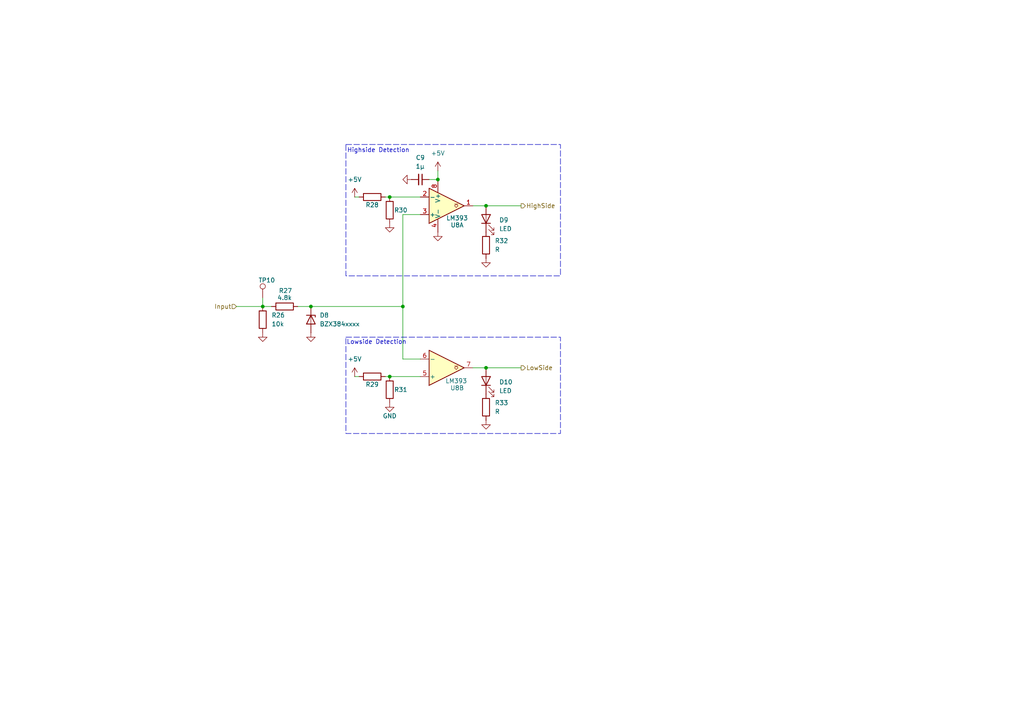
<source format=kicad_sch>
(kicad_sch
	(version 20250114)
	(generator "eeschema")
	(generator_version "9.0")
	(uuid "7903d708-3f28-409b-90de-bce809927335")
	(paper "A4")
	(lib_symbols
		(symbol "Comparator:LM393"
			(pin_names
				(offset 0.127)
			)
			(exclude_from_sim no)
			(in_bom yes)
			(on_board yes)
			(property "Reference" "U"
				(at 3.81 3.81 0)
				(effects
					(font
						(size 1.27 1.27)
					)
				)
			)
			(property "Value" "LM393"
				(at 6.35 -3.81 0)
				(effects
					(font
						(size 1.27 1.27)
					)
				)
			)
			(property "Footprint" ""
				(at 0 0 0)
				(effects
					(font
						(size 1.27 1.27)
					)
					(hide yes)
				)
			)
			(property "Datasheet" "http://www.ti.com/lit/ds/symlink/lm393.pdf"
				(at 0 0 0)
				(effects
					(font
						(size 1.27 1.27)
					)
					(hide yes)
				)
			)
			(property "Description" "Low-Power, Low-Offset Voltage, Dual Comparators, DIP-8/SOIC-8/TO-99-8"
				(at 0 0 0)
				(effects
					(font
						(size 1.27 1.27)
					)
					(hide yes)
				)
			)
			(property "ki_locked" ""
				(at 0 0 0)
				(effects
					(font
						(size 1.27 1.27)
					)
				)
			)
			(property "ki_keywords" "cmp open collector"
				(at 0 0 0)
				(effects
					(font
						(size 1.27 1.27)
					)
					(hide yes)
				)
			)
			(property "ki_fp_filters" "SOIC*3.9x4.9mm*P1.27mm* DIP*W7.62mm* SOP*5.28x5.23mm*P1.27mm* VSSOP*3.0x3.0mm*P0.65mm* TSSOP*4.4x3mm*P0.65mm*"
				(at 0 0 0)
				(effects
					(font
						(size 1.27 1.27)
					)
					(hide yes)
				)
			)
			(symbol "LM393_1_1"
				(polyline
					(pts
						(xy -5.08 5.08) (xy 5.08 0) (xy -5.08 -5.08) (xy -5.08 5.08)
					)
					(stroke
						(width 0.254)
						(type default)
					)
					(fill
						(type background)
					)
				)
				(polyline
					(pts
						(xy 3.302 -0.508) (xy 2.794 -0.508) (xy 3.302 0) (xy 2.794 0.508) (xy 2.286 0) (xy 2.794 -0.508)
						(xy 2.286 -0.508)
					)
					(stroke
						(width 0.127)
						(type default)
					)
					(fill
						(type none)
					)
				)
				(pin input line
					(at -7.62 2.54 0)
					(length 2.54)
					(name "+"
						(effects
							(font
								(size 1.27 1.27)
							)
						)
					)
					(number "3"
						(effects
							(font
								(size 1.27 1.27)
							)
						)
					)
				)
				(pin input line
					(at -7.62 -2.54 0)
					(length 2.54)
					(name "-"
						(effects
							(font
								(size 1.27 1.27)
							)
						)
					)
					(number "2"
						(effects
							(font
								(size 1.27 1.27)
							)
						)
					)
				)
				(pin open_collector line
					(at 7.62 0 180)
					(length 2.54)
					(name "~"
						(effects
							(font
								(size 1.27 1.27)
							)
						)
					)
					(number "1"
						(effects
							(font
								(size 1.27 1.27)
							)
						)
					)
				)
			)
			(symbol "LM393_2_1"
				(polyline
					(pts
						(xy -5.08 5.08) (xy 5.08 0) (xy -5.08 -5.08) (xy -5.08 5.08)
					)
					(stroke
						(width 0.254)
						(type default)
					)
					(fill
						(type background)
					)
				)
				(polyline
					(pts
						(xy 3.302 -0.508) (xy 2.794 -0.508) (xy 3.302 0) (xy 2.794 0.508) (xy 2.286 0) (xy 2.794 -0.508)
						(xy 2.286 -0.508)
					)
					(stroke
						(width 0.127)
						(type default)
					)
					(fill
						(type none)
					)
				)
				(pin input line
					(at -7.62 2.54 0)
					(length 2.54)
					(name "+"
						(effects
							(font
								(size 1.27 1.27)
							)
						)
					)
					(number "5"
						(effects
							(font
								(size 1.27 1.27)
							)
						)
					)
				)
				(pin input line
					(at -7.62 -2.54 0)
					(length 2.54)
					(name "-"
						(effects
							(font
								(size 1.27 1.27)
							)
						)
					)
					(number "6"
						(effects
							(font
								(size 1.27 1.27)
							)
						)
					)
				)
				(pin open_collector line
					(at 7.62 0 180)
					(length 2.54)
					(name "~"
						(effects
							(font
								(size 1.27 1.27)
							)
						)
					)
					(number "7"
						(effects
							(font
								(size 1.27 1.27)
							)
						)
					)
				)
			)
			(symbol "LM393_3_1"
				(pin power_in line
					(at -2.54 7.62 270)
					(length 3.81)
					(name "V+"
						(effects
							(font
								(size 1.27 1.27)
							)
						)
					)
					(number "8"
						(effects
							(font
								(size 1.27 1.27)
							)
						)
					)
				)
				(pin power_in line
					(at -2.54 -7.62 90)
					(length 3.81)
					(name "V-"
						(effects
							(font
								(size 1.27 1.27)
							)
						)
					)
					(number "4"
						(effects
							(font
								(size 1.27 1.27)
							)
						)
					)
				)
			)
			(embedded_fonts no)
		)
		(symbol "Connector:TestPoint"
			(pin_numbers
				(hide yes)
			)
			(pin_names
				(offset 0.762)
				(hide yes)
			)
			(exclude_from_sim no)
			(in_bom yes)
			(on_board yes)
			(property "Reference" "TP"
				(at 0 6.858 0)
				(effects
					(font
						(size 1.27 1.27)
					)
				)
			)
			(property "Value" "TestPoint"
				(at 0 5.08 0)
				(effects
					(font
						(size 1.27 1.27)
					)
				)
			)
			(property "Footprint" ""
				(at 5.08 0 0)
				(effects
					(font
						(size 1.27 1.27)
					)
					(hide yes)
				)
			)
			(property "Datasheet" "~"
				(at 5.08 0 0)
				(effects
					(font
						(size 1.27 1.27)
					)
					(hide yes)
				)
			)
			(property "Description" "test point"
				(at 0 0 0)
				(effects
					(font
						(size 1.27 1.27)
					)
					(hide yes)
				)
			)
			(property "ki_keywords" "test point tp"
				(at 0 0 0)
				(effects
					(font
						(size 1.27 1.27)
					)
					(hide yes)
				)
			)
			(property "ki_fp_filters" "Pin* Test*"
				(at 0 0 0)
				(effects
					(font
						(size 1.27 1.27)
					)
					(hide yes)
				)
			)
			(symbol "TestPoint_0_1"
				(circle
					(center 0 3.302)
					(radius 0.762)
					(stroke
						(width 0)
						(type default)
					)
					(fill
						(type none)
					)
				)
			)
			(symbol "TestPoint_1_1"
				(pin passive line
					(at 0 0 90)
					(length 2.54)
					(name "1"
						(effects
							(font
								(size 1.27 1.27)
							)
						)
					)
					(number "1"
						(effects
							(font
								(size 1.27 1.27)
							)
						)
					)
				)
			)
			(embedded_fonts no)
		)
		(symbol "Device:C_Small"
			(pin_numbers
				(hide yes)
			)
			(pin_names
				(offset 0.254)
				(hide yes)
			)
			(exclude_from_sim no)
			(in_bom yes)
			(on_board yes)
			(property "Reference" "C"
				(at 0.254 1.778 0)
				(effects
					(font
						(size 1.27 1.27)
					)
					(justify left)
				)
			)
			(property "Value" "C_Small"
				(at 0.254 -2.032 0)
				(effects
					(font
						(size 1.27 1.27)
					)
					(justify left)
				)
			)
			(property "Footprint" ""
				(at 0 0 0)
				(effects
					(font
						(size 1.27 1.27)
					)
					(hide yes)
				)
			)
			(property "Datasheet" "~"
				(at 0 0 0)
				(effects
					(font
						(size 1.27 1.27)
					)
					(hide yes)
				)
			)
			(property "Description" "Unpolarized capacitor, small symbol"
				(at 0 0 0)
				(effects
					(font
						(size 1.27 1.27)
					)
					(hide yes)
				)
			)
			(property "ki_keywords" "capacitor cap"
				(at 0 0 0)
				(effects
					(font
						(size 1.27 1.27)
					)
					(hide yes)
				)
			)
			(property "ki_fp_filters" "C_*"
				(at 0 0 0)
				(effects
					(font
						(size 1.27 1.27)
					)
					(hide yes)
				)
			)
			(symbol "C_Small_0_1"
				(polyline
					(pts
						(xy -1.524 0.508) (xy 1.524 0.508)
					)
					(stroke
						(width 0.3048)
						(type default)
					)
					(fill
						(type none)
					)
				)
				(polyline
					(pts
						(xy -1.524 -0.508) (xy 1.524 -0.508)
					)
					(stroke
						(width 0.3302)
						(type default)
					)
					(fill
						(type none)
					)
				)
			)
			(symbol "C_Small_1_1"
				(pin passive line
					(at 0 2.54 270)
					(length 2.032)
					(name "~"
						(effects
							(font
								(size 1.27 1.27)
							)
						)
					)
					(number "1"
						(effects
							(font
								(size 1.27 1.27)
							)
						)
					)
				)
				(pin passive line
					(at 0 -2.54 90)
					(length 2.032)
					(name "~"
						(effects
							(font
								(size 1.27 1.27)
							)
						)
					)
					(number "2"
						(effects
							(font
								(size 1.27 1.27)
							)
						)
					)
				)
			)
			(embedded_fonts no)
		)
		(symbol "Device:LED"
			(pin_numbers
				(hide yes)
			)
			(pin_names
				(offset 1.016)
				(hide yes)
			)
			(exclude_from_sim no)
			(in_bom yes)
			(on_board yes)
			(property "Reference" "D"
				(at 0 2.54 0)
				(effects
					(font
						(size 1.27 1.27)
					)
				)
			)
			(property "Value" "LED"
				(at 0 -2.54 0)
				(effects
					(font
						(size 1.27 1.27)
					)
				)
			)
			(property "Footprint" ""
				(at 0 0 0)
				(effects
					(font
						(size 1.27 1.27)
					)
					(hide yes)
				)
			)
			(property "Datasheet" "~"
				(at 0 0 0)
				(effects
					(font
						(size 1.27 1.27)
					)
					(hide yes)
				)
			)
			(property "Description" "Light emitting diode"
				(at 0 0 0)
				(effects
					(font
						(size 1.27 1.27)
					)
					(hide yes)
				)
			)
			(property "ki_keywords" "LED diode"
				(at 0 0 0)
				(effects
					(font
						(size 1.27 1.27)
					)
					(hide yes)
				)
			)
			(property "ki_fp_filters" "LED* LED_SMD:* LED_THT:*"
				(at 0 0 0)
				(effects
					(font
						(size 1.27 1.27)
					)
					(hide yes)
				)
			)
			(symbol "LED_0_1"
				(polyline
					(pts
						(xy -3.048 -0.762) (xy -4.572 -2.286) (xy -3.81 -2.286) (xy -4.572 -2.286) (xy -4.572 -1.524)
					)
					(stroke
						(width 0)
						(type default)
					)
					(fill
						(type none)
					)
				)
				(polyline
					(pts
						(xy -1.778 -0.762) (xy -3.302 -2.286) (xy -2.54 -2.286) (xy -3.302 -2.286) (xy -3.302 -1.524)
					)
					(stroke
						(width 0)
						(type default)
					)
					(fill
						(type none)
					)
				)
				(polyline
					(pts
						(xy -1.27 0) (xy 1.27 0)
					)
					(stroke
						(width 0)
						(type default)
					)
					(fill
						(type none)
					)
				)
				(polyline
					(pts
						(xy -1.27 -1.27) (xy -1.27 1.27)
					)
					(stroke
						(width 0.254)
						(type default)
					)
					(fill
						(type none)
					)
				)
				(polyline
					(pts
						(xy 1.27 -1.27) (xy 1.27 1.27) (xy -1.27 0) (xy 1.27 -1.27)
					)
					(stroke
						(width 0.254)
						(type default)
					)
					(fill
						(type none)
					)
				)
			)
			(symbol "LED_1_1"
				(pin passive line
					(at -3.81 0 0)
					(length 2.54)
					(name "K"
						(effects
							(font
								(size 1.27 1.27)
							)
						)
					)
					(number "1"
						(effects
							(font
								(size 1.27 1.27)
							)
						)
					)
				)
				(pin passive line
					(at 3.81 0 180)
					(length 2.54)
					(name "A"
						(effects
							(font
								(size 1.27 1.27)
							)
						)
					)
					(number "2"
						(effects
							(font
								(size 1.27 1.27)
							)
						)
					)
				)
			)
			(embedded_fonts no)
		)
		(symbol "Device:R"
			(pin_numbers
				(hide yes)
			)
			(pin_names
				(offset 0)
			)
			(exclude_from_sim no)
			(in_bom yes)
			(on_board yes)
			(property "Reference" "R"
				(at 2.032 0 90)
				(effects
					(font
						(size 1.27 1.27)
					)
				)
			)
			(property "Value" "R"
				(at 0 0 90)
				(effects
					(font
						(size 1.27 1.27)
					)
				)
			)
			(property "Footprint" ""
				(at -1.778 0 90)
				(effects
					(font
						(size 1.27 1.27)
					)
					(hide yes)
				)
			)
			(property "Datasheet" "~"
				(at 0 0 0)
				(effects
					(font
						(size 1.27 1.27)
					)
					(hide yes)
				)
			)
			(property "Description" "Resistor"
				(at 0 0 0)
				(effects
					(font
						(size 1.27 1.27)
					)
					(hide yes)
				)
			)
			(property "ki_keywords" "R res resistor"
				(at 0 0 0)
				(effects
					(font
						(size 1.27 1.27)
					)
					(hide yes)
				)
			)
			(property "ki_fp_filters" "R_*"
				(at 0 0 0)
				(effects
					(font
						(size 1.27 1.27)
					)
					(hide yes)
				)
			)
			(symbol "R_0_1"
				(rectangle
					(start -1.016 -2.54)
					(end 1.016 2.54)
					(stroke
						(width 0.254)
						(type default)
					)
					(fill
						(type none)
					)
				)
			)
			(symbol "R_1_1"
				(pin passive line
					(at 0 3.81 270)
					(length 1.27)
					(name "~"
						(effects
							(font
								(size 1.27 1.27)
							)
						)
					)
					(number "1"
						(effects
							(font
								(size 1.27 1.27)
							)
						)
					)
				)
				(pin passive line
					(at 0 -3.81 90)
					(length 1.27)
					(name "~"
						(effects
							(font
								(size 1.27 1.27)
							)
						)
					)
					(number "2"
						(effects
							(font
								(size 1.27 1.27)
							)
						)
					)
				)
			)
			(embedded_fonts no)
		)
		(symbol "Diode:BZX384xxxx"
			(pin_numbers
				(hide yes)
			)
			(pin_names
				(hide yes)
			)
			(exclude_from_sim no)
			(in_bom yes)
			(on_board yes)
			(property "Reference" "D"
				(at 0 2.54 0)
				(effects
					(font
						(size 1.27 1.27)
					)
				)
			)
			(property "Value" "BZX384xxxx"
				(at 0 -2.54 0)
				(effects
					(font
						(size 1.27 1.27)
					)
				)
			)
			(property "Footprint" "Diode_SMD:D_SOD-323"
				(at 0 -4.445 0)
				(effects
					(font
						(size 1.27 1.27)
					)
					(hide yes)
				)
			)
			(property "Datasheet" "https://www.vishay.com/docs/85764/bzx384.pdf"
				(at 0 0 0)
				(effects
					(font
						(size 1.27 1.27)
					)
					(hide yes)
				)
			)
			(property "Description" "300mW Zener Diode, SOD-323"
				(at 0 0 0)
				(effects
					(font
						(size 1.27 1.27)
					)
					(hide yes)
				)
			)
			(property "ki_keywords" "zener diode"
				(at 0 0 0)
				(effects
					(font
						(size 1.27 1.27)
					)
					(hide yes)
				)
			)
			(property "ki_fp_filters" "D*SOD*323*"
				(at 0 0 0)
				(effects
					(font
						(size 1.27 1.27)
					)
					(hide yes)
				)
			)
			(symbol "BZX384xxxx_0_1"
				(polyline
					(pts
						(xy -1.27 -1.27) (xy -1.27 1.27) (xy -0.762 1.27)
					)
					(stroke
						(width 0.254)
						(type default)
					)
					(fill
						(type none)
					)
				)
				(polyline
					(pts
						(xy 1.27 0) (xy -1.27 0)
					)
					(stroke
						(width 0)
						(type default)
					)
					(fill
						(type none)
					)
				)
				(polyline
					(pts
						(xy 1.27 -1.27) (xy 1.27 1.27) (xy -1.27 0) (xy 1.27 -1.27)
					)
					(stroke
						(width 0.254)
						(type default)
					)
					(fill
						(type none)
					)
				)
			)
			(symbol "BZX384xxxx_1_1"
				(pin passive line
					(at -3.81 0 0)
					(length 2.54)
					(name "K"
						(effects
							(font
								(size 1.27 1.27)
							)
						)
					)
					(number "1"
						(effects
							(font
								(size 1.27 1.27)
							)
						)
					)
				)
				(pin passive line
					(at 3.81 0 180)
					(length 2.54)
					(name "A"
						(effects
							(font
								(size 1.27 1.27)
							)
						)
					)
					(number "2"
						(effects
							(font
								(size 1.27 1.27)
							)
						)
					)
				)
			)
			(embedded_fonts no)
		)
		(symbol "power:+5V"
			(power)
			(pin_numbers
				(hide yes)
			)
			(pin_names
				(offset 0)
				(hide yes)
			)
			(exclude_from_sim no)
			(in_bom yes)
			(on_board yes)
			(property "Reference" "#PWR"
				(at 0 -3.81 0)
				(effects
					(font
						(size 1.27 1.27)
					)
					(hide yes)
				)
			)
			(property "Value" "+5V"
				(at 0 3.556 0)
				(effects
					(font
						(size 1.27 1.27)
					)
				)
			)
			(property "Footprint" ""
				(at 0 0 0)
				(effects
					(font
						(size 1.27 1.27)
					)
					(hide yes)
				)
			)
			(property "Datasheet" ""
				(at 0 0 0)
				(effects
					(font
						(size 1.27 1.27)
					)
					(hide yes)
				)
			)
			(property "Description" "Power symbol creates a global label with name \"+5V\""
				(at 0 0 0)
				(effects
					(font
						(size 1.27 1.27)
					)
					(hide yes)
				)
			)
			(property "ki_keywords" "global power"
				(at 0 0 0)
				(effects
					(font
						(size 1.27 1.27)
					)
					(hide yes)
				)
			)
			(symbol "+5V_0_1"
				(polyline
					(pts
						(xy -0.762 1.27) (xy 0 2.54)
					)
					(stroke
						(width 0)
						(type default)
					)
					(fill
						(type none)
					)
				)
				(polyline
					(pts
						(xy 0 2.54) (xy 0.762 1.27)
					)
					(stroke
						(width 0)
						(type default)
					)
					(fill
						(type none)
					)
				)
				(polyline
					(pts
						(xy 0 0) (xy 0 2.54)
					)
					(stroke
						(width 0)
						(type default)
					)
					(fill
						(type none)
					)
				)
			)
			(symbol "+5V_1_1"
				(pin power_in line
					(at 0 0 90)
					(length 0)
					(name "~"
						(effects
							(font
								(size 1.27 1.27)
							)
						)
					)
					(number "1"
						(effects
							(font
								(size 1.27 1.27)
							)
						)
					)
				)
			)
			(embedded_fonts no)
		)
		(symbol "power:GND"
			(power)
			(pin_numbers
				(hide yes)
			)
			(pin_names
				(offset 0)
				(hide yes)
			)
			(exclude_from_sim no)
			(in_bom yes)
			(on_board yes)
			(property "Reference" "#PWR"
				(at 0 -6.35 0)
				(effects
					(font
						(size 1.27 1.27)
					)
					(hide yes)
				)
			)
			(property "Value" "GND"
				(at 0 -3.81 0)
				(effects
					(font
						(size 1.27 1.27)
					)
				)
			)
			(property "Footprint" ""
				(at 0 0 0)
				(effects
					(font
						(size 1.27 1.27)
					)
					(hide yes)
				)
			)
			(property "Datasheet" ""
				(at 0 0 0)
				(effects
					(font
						(size 1.27 1.27)
					)
					(hide yes)
				)
			)
			(property "Description" "Power symbol creates a global label with name \"GND\" , ground"
				(at 0 0 0)
				(effects
					(font
						(size 1.27 1.27)
					)
					(hide yes)
				)
			)
			(property "ki_keywords" "global power"
				(at 0 0 0)
				(effects
					(font
						(size 1.27 1.27)
					)
					(hide yes)
				)
			)
			(symbol "GND_0_1"
				(polyline
					(pts
						(xy 0 0) (xy 0 -1.27) (xy 1.27 -1.27) (xy 0 -2.54) (xy -1.27 -1.27) (xy 0 -1.27)
					)
					(stroke
						(width 0)
						(type default)
					)
					(fill
						(type none)
					)
				)
			)
			(symbol "GND_1_1"
				(pin power_in line
					(at 0 0 270)
					(length 0)
					(name "~"
						(effects
							(font
								(size 1.27 1.27)
							)
						)
					)
					(number "1"
						(effects
							(font
								(size 1.27 1.27)
							)
						)
					)
				)
			)
			(embedded_fonts no)
		)
	)
	(rectangle
		(start 100.33 41.91)
		(end 162.56 80.01)
		(stroke
			(width 0)
			(type dash)
		)
		(fill
			(type none)
		)
		(uuid 722f0cb3-6c51-4225-9ef7-1086b8a56dbf)
	)
	(rectangle
		(start 100.33 97.79)
		(end 162.56 125.73)
		(stroke
			(width 0)
			(type dash)
		)
		(fill
			(type none)
		)
		(uuid b28f68e4-093d-4e83-a416-50e05bdcb3f0)
	)
	(text "Highside Detection"
		(exclude_from_sim no)
		(at 109.728 43.688 0)
		(effects
			(font
				(size 1.27 1.27)
			)
		)
		(uuid "812a4711-e78b-412f-809f-e6d51a24d9d7")
	)
	(text "Lowside Detection"
		(exclude_from_sim no)
		(at 109.22 99.314 0)
		(effects
			(font
				(size 1.27 1.27)
			)
		)
		(uuid "a2c18d2f-b9e2-46ef-a3af-975750cc336e")
	)
	(junction
		(at 90.17 88.9)
		(diameter 0)
		(color 0 0 0 0)
		(uuid "18a88b4a-2ab9-4d93-8c8e-504875912fa9")
	)
	(junction
		(at 76.2 88.9)
		(diameter 0)
		(color 0 0 0 0)
		(uuid "804752bb-4c77-4c27-aa65-c5f2d6fce098")
	)
	(junction
		(at 113.03 109.22)
		(diameter 0)
		(color 0 0 0 0)
		(uuid "87b8cb63-41b6-4ad3-b3ab-31e6c5d65bf3")
	)
	(junction
		(at 116.84 88.9)
		(diameter 0)
		(color 0 0 0 0)
		(uuid "a61e2ec8-cea9-476b-8909-26f4b07e0aee")
	)
	(junction
		(at 140.97 106.68)
		(diameter 0)
		(color 0 0 0 0)
		(uuid "a7aee05f-043f-4401-93ac-aac7d254b90c")
	)
	(junction
		(at 127 52.07)
		(diameter 0)
		(color 0 0 0 0)
		(uuid "b7442072-5dbf-41c4-9692-398e86adf7db")
	)
	(junction
		(at 140.97 59.69)
		(diameter 0)
		(color 0 0 0 0)
		(uuid "c8e88fe6-c885-4a5d-aa79-71a5799eaa83")
	)
	(junction
		(at 113.03 57.15)
		(diameter 0)
		(color 0 0 0 0)
		(uuid "fa22eeb6-8f13-4e8d-bcbf-4e906dc0bf05")
	)
	(wire
		(pts
			(xy 111.76 109.22) (xy 113.03 109.22)
		)
		(stroke
			(width 0)
			(type default)
		)
		(uuid "0271fd0d-9bb3-4df8-a0e0-12ecbc3c16aa")
	)
	(wire
		(pts
			(xy 124.46 52.07) (xy 127 52.07)
		)
		(stroke
			(width 0)
			(type default)
		)
		(uuid "1466bb9c-a50e-48c4-8a10-28f6058eb22f")
	)
	(wire
		(pts
			(xy 102.87 109.22) (xy 104.14 109.22)
		)
		(stroke
			(width 0)
			(type default)
		)
		(uuid "1dca8011-bf4e-4983-8c48-6823ad975de0")
	)
	(wire
		(pts
			(xy 113.03 109.22) (xy 121.92 109.22)
		)
		(stroke
			(width 0)
			(type default)
		)
		(uuid "21d2c088-2cb3-4a11-a1ce-605f715df456")
	)
	(wire
		(pts
			(xy 111.76 57.15) (xy 113.03 57.15)
		)
		(stroke
			(width 0)
			(type default)
		)
		(uuid "2656462d-5e01-4291-ba87-83f054147d68")
	)
	(wire
		(pts
			(xy 137.16 59.69) (xy 140.97 59.69)
		)
		(stroke
			(width 0)
			(type default)
		)
		(uuid "4a607f38-5999-4026-8103-8401cdc22dd9")
	)
	(wire
		(pts
			(xy 140.97 106.68) (xy 151.13 106.68)
		)
		(stroke
			(width 0)
			(type default)
		)
		(uuid "5fa28c16-9af7-4b87-ae83-39546af8ec28")
	)
	(wire
		(pts
			(xy 68.58 88.9) (xy 76.2 88.9)
		)
		(stroke
			(width 0)
			(type default)
		)
		(uuid "6b539ab8-de07-45ce-8ccc-a24fe42e5a2a")
	)
	(wire
		(pts
			(xy 137.16 106.68) (xy 140.97 106.68)
		)
		(stroke
			(width 0)
			(type default)
		)
		(uuid "70c672f1-684b-48ab-b9c7-cfa837823a7c")
	)
	(wire
		(pts
			(xy 86.36 88.9) (xy 90.17 88.9)
		)
		(stroke
			(width 0)
			(type default)
		)
		(uuid "7d8e08db-1cf5-4211-a8ce-5517703cade0")
	)
	(wire
		(pts
			(xy 116.84 62.23) (xy 116.84 88.9)
		)
		(stroke
			(width 0)
			(type default)
		)
		(uuid "97bebeb4-e3fb-49fc-9055-7495d6a31a3b")
	)
	(wire
		(pts
			(xy 76.2 88.9) (xy 78.74 88.9)
		)
		(stroke
			(width 0)
			(type default)
		)
		(uuid "9a4ccf45-496f-47e4-a838-61804d203607")
	)
	(wire
		(pts
			(xy 113.03 57.15) (xy 121.92 57.15)
		)
		(stroke
			(width 0)
			(type default)
		)
		(uuid "9b9ea2fb-83d8-476e-8fce-e9a60ac97818")
	)
	(wire
		(pts
			(xy 116.84 62.23) (xy 121.92 62.23)
		)
		(stroke
			(width 0)
			(type default)
		)
		(uuid "a329669e-2425-4353-a6c2-620c60a7941c")
	)
	(wire
		(pts
			(xy 90.17 88.9) (xy 116.84 88.9)
		)
		(stroke
			(width 0)
			(type default)
		)
		(uuid "ba108e7d-ae9b-4fd6-bcc5-abee870cdc53")
	)
	(wire
		(pts
			(xy 116.84 88.9) (xy 116.84 104.14)
		)
		(stroke
			(width 0)
			(type default)
		)
		(uuid "c002ca2c-4761-43ca-b8ba-7017a424eb8e")
	)
	(wire
		(pts
			(xy 102.87 57.15) (xy 104.14 57.15)
		)
		(stroke
			(width 0)
			(type default)
		)
		(uuid "c2e257f3-37f8-4f1f-a092-63475ef2745d")
	)
	(wire
		(pts
			(xy 116.84 104.14) (xy 121.92 104.14)
		)
		(stroke
			(width 0)
			(type default)
		)
		(uuid "c44097e3-4232-49b3-93f3-02b0db80cffd")
	)
	(wire
		(pts
			(xy 76.2 86.36) (xy 76.2 88.9)
		)
		(stroke
			(width 0)
			(type default)
		)
		(uuid "d854c48a-94c0-4999-acb4-d68ec6781f21")
	)
	(wire
		(pts
			(xy 127 49.53) (xy 127 52.07)
		)
		(stroke
			(width 0)
			(type default)
		)
		(uuid "f197c1fe-3dc6-42fd-962d-c734703ce125")
	)
	(wire
		(pts
			(xy 140.97 59.69) (xy 151.13 59.69)
		)
		(stroke
			(width 0)
			(type default)
		)
		(uuid "f45b3aa2-a598-4bc8-bc0b-0f0d0df13c3e")
	)
	(hierarchical_label "HighSide"
		(shape output)
		(at 151.13 59.69 0)
		(effects
			(font
				(size 1.27 1.27)
			)
			(justify left)
		)
		(uuid "1026dcb9-1fc2-4666-b099-fe48cb4e177c")
	)
	(hierarchical_label "LowSide"
		(shape output)
		(at 151.13 106.68 0)
		(effects
			(font
				(size 1.27 1.27)
			)
			(justify left)
		)
		(uuid "1f0df5c9-603e-406d-adce-d0a72697224e")
	)
	(hierarchical_label "Input"
		(shape input)
		(at 68.58 88.9 180)
		(effects
			(font
				(size 1.27 1.27)
			)
			(justify right)
		)
		(uuid "b4a063cd-4076-4764-9c31-9b16f4c0ab3a")
	)
	(symbol
		(lib_id "power:GND")
		(at 113.03 116.84 0)
		(unit 1)
		(exclude_from_sim no)
		(in_bom yes)
		(on_board yes)
		(dnp no)
		(uuid "0b250b52-2711-4aa7-9a41-983f511506b7")
		(property "Reference" "#PWR045"
			(at 113.03 123.19 0)
			(effects
				(font
					(size 1.27 1.27)
				)
				(hide yes)
			)
		)
		(property "Value" "GND"
			(at 113.03 120.65 0)
			(effects
				(font
					(size 1.27 1.27)
				)
			)
		)
		(property "Footprint" ""
			(at 113.03 116.84 0)
			(effects
				(font
					(size 1.27 1.27)
				)
				(hide yes)
			)
		)
		(property "Datasheet" ""
			(at 113.03 116.84 0)
			(effects
				(font
					(size 1.27 1.27)
				)
				(hide yes)
			)
		)
		(property "Description" "Power symbol creates a global label with name \"GND\" , ground"
			(at 113.03 116.84 0)
			(effects
				(font
					(size 1.27 1.27)
				)
				(hide yes)
			)
		)
		(pin "1"
			(uuid "03aaf0dc-b1d0-4f61-b81d-0a9b6a18dc07")
		)
		(instances
			(project "BSPD"
				(path "/7083cad8-bf03-4cd1-b150-15749ab19e59/410f91e8-f84a-439c-b5a0-14cdafa008d5"
					(reference "#PWR056")
					(unit 1)
				)
				(path "/7083cad8-bf03-4cd1-b150-15749ab19e59/d76438ec-f69b-4474-ad85-44a10ce5d54b"
					(reference "#PWR045")
					(unit 1)
				)
			)
		)
	)
	(symbol
		(lib_id "Device:R")
		(at 107.95 109.22 90)
		(unit 1)
		(exclude_from_sim no)
		(in_bom yes)
		(on_board yes)
		(dnp no)
		(uuid "0ba259d3-7502-4c21-ab48-040857db64e1")
		(property "Reference" "R21"
			(at 107.95 111.506 90)
			(effects
				(font
					(size 1.27 1.27)
				)
			)
		)
		(property "Value" "39K"
			(at 107.95 113.03 90)
			(effects
				(font
					(size 1.27 1.27)
				)
				(hide yes)
			)
		)
		(property "Footprint" "Resistor_SMD:R_0603_1608Metric"
			(at 107.95 110.998 90)
			(effects
				(font
					(size 1.27 1.27)
				)
				(hide yes)
			)
		)
		(property "Datasheet" "~"
			(at 107.95 109.22 0)
			(effects
				(font
					(size 1.27 1.27)
				)
				(hide yes)
			)
		)
		(property "Description" "Resistor"
			(at 107.95 109.22 0)
			(effects
				(font
					(size 1.27 1.27)
				)
				(hide yes)
			)
		)
		(pin "2"
			(uuid "6a6ea065-2ad3-4b62-9c2d-ccb0bc5e2da3")
		)
		(pin "1"
			(uuid "a250d10e-eb82-40f8-a749-e97d9cdb5db9")
		)
		(instances
			(project "BSPD"
				(path "/7083cad8-bf03-4cd1-b150-15749ab19e59/410f91e8-f84a-439c-b5a0-14cdafa008d5"
					(reference "R29")
					(unit 1)
				)
				(path "/7083cad8-bf03-4cd1-b150-15749ab19e59/d76438ec-f69b-4474-ad85-44a10ce5d54b"
					(reference "R21")
					(unit 1)
				)
			)
		)
	)
	(symbol
		(lib_id "Device:R")
		(at 140.97 118.11 0)
		(unit 1)
		(exclude_from_sim no)
		(in_bom yes)
		(on_board yes)
		(dnp no)
		(fields_autoplaced yes)
		(uuid "17e3a9a1-e22d-475b-9181-9488098f3aa5")
		(property "Reference" "R25"
			(at 143.51 116.8399 0)
			(effects
				(font
					(size 1.27 1.27)
				)
				(justify left)
			)
		)
		(property "Value" "R"
			(at 143.51 119.3799 0)
			(effects
				(font
					(size 1.27 1.27)
				)
				(justify left)
			)
		)
		(property "Footprint" "Resistor_SMD:R_0603_1608Metric"
			(at 139.192 118.11 90)
			(effects
				(font
					(size 1.27 1.27)
				)
				(hide yes)
			)
		)
		(property "Datasheet" "~"
			(at 140.97 118.11 0)
			(effects
				(font
					(size 1.27 1.27)
				)
				(hide yes)
			)
		)
		(property "Description" "Resistor"
			(at 140.97 118.11 0)
			(effects
				(font
					(size 1.27 1.27)
				)
				(hide yes)
			)
		)
		(pin "1"
			(uuid "e8cecad2-cc1d-4ccd-b3da-fcaa36ed0be6")
		)
		(pin "2"
			(uuid "71953298-5e9a-4e10-8884-6f7ce4165372")
		)
		(instances
			(project "BSPD"
				(path "/7083cad8-bf03-4cd1-b150-15749ab19e59/410f91e8-f84a-439c-b5a0-14cdafa008d5"
					(reference "R33")
					(unit 1)
				)
				(path "/7083cad8-bf03-4cd1-b150-15749ab19e59/d76438ec-f69b-4474-ad85-44a10ce5d54b"
					(reference "R25")
					(unit 1)
				)
			)
		)
	)
	(symbol
		(lib_id "Device:R")
		(at 140.97 71.12 0)
		(unit 1)
		(exclude_from_sim no)
		(in_bom yes)
		(on_board yes)
		(dnp no)
		(fields_autoplaced yes)
		(uuid "1f266938-e1fc-4394-9362-d3e534da5ce0")
		(property "Reference" "R24"
			(at 143.51 69.8499 0)
			(effects
				(font
					(size 1.27 1.27)
				)
				(justify left)
			)
		)
		(property "Value" "R"
			(at 143.51 72.3899 0)
			(effects
				(font
					(size 1.27 1.27)
				)
				(justify left)
			)
		)
		(property "Footprint" "Resistor_SMD:R_0603_1608Metric"
			(at 139.192 71.12 90)
			(effects
				(font
					(size 1.27 1.27)
				)
				(hide yes)
			)
		)
		(property "Datasheet" "~"
			(at 140.97 71.12 0)
			(effects
				(font
					(size 1.27 1.27)
				)
				(hide yes)
			)
		)
		(property "Description" "Resistor"
			(at 140.97 71.12 0)
			(effects
				(font
					(size 1.27 1.27)
				)
				(hide yes)
			)
		)
		(pin "1"
			(uuid "f56a7938-16f6-438d-8f9e-07c724a0f23b")
		)
		(pin "2"
			(uuid "fd0d1e78-9c6a-4d30-9bd3-f41e7fb95561")
		)
		(instances
			(project "BSPD"
				(path "/7083cad8-bf03-4cd1-b150-15749ab19e59/410f91e8-f84a-439c-b5a0-14cdafa008d5"
					(reference "R32")
					(unit 1)
				)
				(path "/7083cad8-bf03-4cd1-b150-15749ab19e59/d76438ec-f69b-4474-ad85-44a10ce5d54b"
					(reference "R24")
					(unit 1)
				)
			)
		)
	)
	(symbol
		(lib_id "Comparator:LM393")
		(at 129.54 59.69 0)
		(unit 3)
		(exclude_from_sim no)
		(in_bom yes)
		(on_board yes)
		(dnp no)
		(fields_autoplaced yes)
		(uuid "243ee45c-fa8d-49c3-8552-6f3232a86b4e")
		(property "Reference" "U7"
			(at 128.27 59.6899 0)
			(effects
				(font
					(size 1.27 1.27)
				)
				(justify left)
				(hide yes)
			)
		)
		(property "Value" "LM393"
			(at 128.27 60.9599 0)
			(effects
				(font
					(size 1.27 1.27)
				)
				(justify left)
				(hide yes)
			)
		)
		(property "Footprint" "Package_SO:SOIC-8_3.9x4.9mm_P1.27mm"
			(at 129.54 59.69 0)
			(effects
				(font
					(size 1.27 1.27)
				)
				(hide yes)
			)
		)
		(property "Datasheet" "http://www.ti.com/lit/ds/symlink/lm393.pdf"
			(at 129.54 59.69 0)
			(effects
				(font
					(size 1.27 1.27)
				)
				(hide yes)
			)
		)
		(property "Description" "Low-Power, Low-Offset Voltage, Dual Comparators, DIP-8/SOIC-8/TO-99-8"
			(at 129.54 59.69 0)
			(effects
				(font
					(size 1.27 1.27)
				)
				(hide yes)
			)
		)
		(pin "1"
			(uuid "e2e799e1-40ac-4df0-9742-af357591fc4b")
		)
		(pin "8"
			(uuid "52c993c2-f8bf-4948-89d5-3e5775098e13")
		)
		(pin "3"
			(uuid "4efb8384-eea3-4465-a4f2-11e04b7fefc0")
		)
		(pin "2"
			(uuid "12af201c-2d47-43d8-8203-f5aedcc179f8")
		)
		(pin "7"
			(uuid "6856fcba-0c8f-462b-b78b-8bec2d16075c")
		)
		(pin "4"
			(uuid "be6d5358-0a8d-4458-afa4-68bfb8ca8cf4")
		)
		(pin "6"
			(uuid "db050e9d-3e92-4a2f-ba8a-2b996ba47166")
		)
		(pin "5"
			(uuid "3742342c-5a79-4376-8263-ef41907d80b4")
		)
		(instances
			(project "BSPD"
				(path "/7083cad8-bf03-4cd1-b150-15749ab19e59/410f91e8-f84a-439c-b5a0-14cdafa008d5"
					(reference "U8")
					(unit 3)
				)
				(path "/7083cad8-bf03-4cd1-b150-15749ab19e59/d76438ec-f69b-4474-ad85-44a10ce5d54b"
					(reference "U7")
					(unit 3)
				)
			)
		)
	)
	(symbol
		(lib_id "power:GND")
		(at 127 67.31 0)
		(unit 1)
		(exclude_from_sim no)
		(in_bom yes)
		(on_board yes)
		(dnp no)
		(fields_autoplaced yes)
		(uuid "4011abf3-cff5-42cf-81a7-a5a80bf3bf85")
		(property "Reference" "#PWR048"
			(at 127 73.66 0)
			(effects
				(font
					(size 1.27 1.27)
				)
				(hide yes)
			)
		)
		(property "Value" "GND"
			(at 127 72.39 0)
			(effects
				(font
					(size 1.27 1.27)
				)
				(hide yes)
			)
		)
		(property "Footprint" ""
			(at 127 67.31 0)
			(effects
				(font
					(size 1.27 1.27)
				)
				(hide yes)
			)
		)
		(property "Datasheet" ""
			(at 127 67.31 0)
			(effects
				(font
					(size 1.27 1.27)
				)
				(hide yes)
			)
		)
		(property "Description" "Power symbol creates a global label with name \"GND\" , ground"
			(at 127 67.31 0)
			(effects
				(font
					(size 1.27 1.27)
				)
				(hide yes)
			)
		)
		(pin "1"
			(uuid "5ec7c035-45b3-4cc7-9dda-4da87a49e100")
		)
		(instances
			(project "BSPD"
				(path "/7083cad8-bf03-4cd1-b150-15749ab19e59/410f91e8-f84a-439c-b5a0-14cdafa008d5"
					(reference "#PWR059")
					(unit 1)
				)
				(path "/7083cad8-bf03-4cd1-b150-15749ab19e59/d76438ec-f69b-4474-ad85-44a10ce5d54b"
					(reference "#PWR048")
					(unit 1)
				)
			)
		)
	)
	(symbol
		(lib_id "power:GND")
		(at 76.2 96.52 0)
		(unit 1)
		(exclude_from_sim no)
		(in_bom yes)
		(on_board yes)
		(dnp no)
		(fields_autoplaced yes)
		(uuid "4eda0898-4fc8-4b93-83ca-8539b0a789e6")
		(property "Reference" "#PWR040"
			(at 76.2 102.87 0)
			(effects
				(font
					(size 1.27 1.27)
				)
				(hide yes)
			)
		)
		(property "Value" "GND"
			(at 76.2 101.6 0)
			(effects
				(font
					(size 1.27 1.27)
				)
				(hide yes)
			)
		)
		(property "Footprint" ""
			(at 76.2 96.52 0)
			(effects
				(font
					(size 1.27 1.27)
				)
				(hide yes)
			)
		)
		(property "Datasheet" ""
			(at 76.2 96.52 0)
			(effects
				(font
					(size 1.27 1.27)
				)
				(hide yes)
			)
		)
		(property "Description" "Power symbol creates a global label with name \"GND\" , ground"
			(at 76.2 96.52 0)
			(effects
				(font
					(size 1.27 1.27)
				)
				(hide yes)
			)
		)
		(pin "1"
			(uuid "71b7450a-b2fe-454e-8e40-51380c5ee35b")
		)
		(instances
			(project "BSPD"
				(path "/7083cad8-bf03-4cd1-b150-15749ab19e59/410f91e8-f84a-439c-b5a0-14cdafa008d5"
					(reference "#PWR051")
					(unit 1)
				)
				(path "/7083cad8-bf03-4cd1-b150-15749ab19e59/d76438ec-f69b-4474-ad85-44a10ce5d54b"
					(reference "#PWR040")
					(unit 1)
				)
			)
		)
	)
	(symbol
		(lib_id "power:GND")
		(at 140.97 74.93 0)
		(unit 1)
		(exclude_from_sim no)
		(in_bom yes)
		(on_board yes)
		(dnp no)
		(uuid "577db5b5-fe61-40fe-80eb-f88405f6d295")
		(property "Reference" "#PWR049"
			(at 140.97 81.28 0)
			(effects
				(font
					(size 1.27 1.27)
				)
				(hide yes)
			)
		)
		(property "Value" "GND"
			(at 140.97 78.74 0)
			(effects
				(font
					(size 1.27 1.27)
				)
				(hide yes)
			)
		)
		(property "Footprint" ""
			(at 140.97 74.93 0)
			(effects
				(font
					(size 1.27 1.27)
				)
				(hide yes)
			)
		)
		(property "Datasheet" ""
			(at 140.97 74.93 0)
			(effects
				(font
					(size 1.27 1.27)
				)
				(hide yes)
			)
		)
		(property "Description" "Power symbol creates a global label with name \"GND\" , ground"
			(at 140.97 74.93 0)
			(effects
				(font
					(size 1.27 1.27)
				)
				(hide yes)
			)
		)
		(pin "1"
			(uuid "0e363b2c-69d3-4727-ab13-0634cb6f3d2b")
		)
		(instances
			(project "BSPD"
				(path "/7083cad8-bf03-4cd1-b150-15749ab19e59/410f91e8-f84a-439c-b5a0-14cdafa008d5"
					(reference "#PWR060")
					(unit 1)
				)
				(path "/7083cad8-bf03-4cd1-b150-15749ab19e59/d76438ec-f69b-4474-ad85-44a10ce5d54b"
					(reference "#PWR049")
					(unit 1)
				)
			)
		)
	)
	(symbol
		(lib_id "Device:C_Small")
		(at 121.92 52.07 270)
		(unit 1)
		(exclude_from_sim no)
		(in_bom yes)
		(on_board yes)
		(dnp no)
		(fields_autoplaced yes)
		(uuid "5e88439a-cdd2-43da-bb1c-b501f374398f")
		(property "Reference" "C8"
			(at 121.9136 45.72 90)
			(effects
				(font
					(size 1.27 1.27)
				)
			)
		)
		(property "Value" "1µ"
			(at 121.9136 48.26 90)
			(effects
				(font
					(size 1.27 1.27)
				)
			)
		)
		(property "Footprint" "Capacitor_SMD:C_0603_1608Metric"
			(at 121.92 52.07 0)
			(effects
				(font
					(size 1.27 1.27)
				)
				(hide yes)
			)
		)
		(property "Datasheet" "~"
			(at 121.92 52.07 0)
			(effects
				(font
					(size 1.27 1.27)
				)
				(hide yes)
			)
		)
		(property "Description" "Unpolarized capacitor, small symbol"
			(at 121.92 52.07 0)
			(effects
				(font
					(size 1.27 1.27)
				)
				(hide yes)
			)
		)
		(pin "1"
			(uuid "ebe9f90f-0381-47ba-9820-05401657709d")
		)
		(pin "2"
			(uuid "1ce7142a-8b51-4793-a182-318e0f12f7e4")
		)
		(instances
			(project "BSPD"
				(path "/7083cad8-bf03-4cd1-b150-15749ab19e59/410f91e8-f84a-439c-b5a0-14cdafa008d5"
					(reference "C9")
					(unit 1)
				)
				(path "/7083cad8-bf03-4cd1-b150-15749ab19e59/d76438ec-f69b-4474-ad85-44a10ce5d54b"
					(reference "C8")
					(unit 1)
				)
			)
		)
	)
	(symbol
		(lib_id "Device:LED")
		(at 140.97 110.49 90)
		(unit 1)
		(exclude_from_sim no)
		(in_bom yes)
		(on_board yes)
		(dnp no)
		(uuid "70771159-3747-401a-81bd-281025b3fd23")
		(property "Reference" "D7"
			(at 144.78 110.8074 90)
			(effects
				(font
					(size 1.27 1.27)
				)
				(justify right)
			)
		)
		(property "Value" "LED"
			(at 144.78 113.3474 90)
			(effects
				(font
					(size 1.27 1.27)
				)
				(justify right)
			)
		)
		(property "Footprint" "LED_SMD:LED_0603_1608Metric"
			(at 140.97 110.49 0)
			(effects
				(font
					(size 1.27 1.27)
				)
				(hide yes)
			)
		)
		(property "Datasheet" "~"
			(at 140.97 110.49 0)
			(effects
				(font
					(size 1.27 1.27)
				)
				(hide yes)
			)
		)
		(property "Description" "Light emitting diode"
			(at 140.97 110.49 0)
			(effects
				(font
					(size 1.27 1.27)
				)
				(hide yes)
			)
		)
		(pin "2"
			(uuid "fd60e735-1b8c-4235-bcd9-7bf665706c82")
		)
		(pin "1"
			(uuid "31cebcf1-6d65-4c0a-b385-9e135622be48")
		)
		(instances
			(project "BSPD"
				(path "/7083cad8-bf03-4cd1-b150-15749ab19e59/410f91e8-f84a-439c-b5a0-14cdafa008d5"
					(reference "D10")
					(unit 1)
				)
				(path "/7083cad8-bf03-4cd1-b150-15749ab19e59/d76438ec-f69b-4474-ad85-44a10ce5d54b"
					(reference "D7")
					(unit 1)
				)
			)
		)
	)
	(symbol
		(lib_id "Comparator:LM393")
		(at 129.54 106.68 0)
		(mirror x)
		(unit 2)
		(exclude_from_sim no)
		(in_bom yes)
		(on_board yes)
		(dnp no)
		(uuid "7a5d98a1-3253-4120-acd7-8fb83df01726")
		(property "Reference" "U7"
			(at 132.588 112.522 0)
			(effects
				(font
					(size 1.27 1.27)
				)
			)
		)
		(property "Value" "LM393"
			(at 132.334 110.49 0)
			(effects
				(font
					(size 1.27 1.27)
				)
			)
		)
		(property "Footprint" "Package_SO:SOIC-8_3.9x4.9mm_P1.27mm"
			(at 129.54 106.68 0)
			(effects
				(font
					(size 1.27 1.27)
				)
				(hide yes)
			)
		)
		(property "Datasheet" "http://www.ti.com/lit/ds/symlink/lm393.pdf"
			(at 129.54 106.68 0)
			(effects
				(font
					(size 1.27 1.27)
				)
				(hide yes)
			)
		)
		(property "Description" "Low-Power, Low-Offset Voltage, Dual Comparators, DIP-8/SOIC-8/TO-99-8"
			(at 129.54 106.68 0)
			(effects
				(font
					(size 1.27 1.27)
				)
				(hide yes)
			)
		)
		(pin "1"
			(uuid "e2e799e1-40ac-4df0-9742-af357591fc4a")
		)
		(pin "8"
			(uuid "02ba4603-5e08-4c29-b408-72e4ac215b41")
		)
		(pin "3"
			(uuid "4efb8384-eea3-4465-a4f2-11e04b7fefbf")
		)
		(pin "2"
			(uuid "12af201c-2d47-43d8-8203-f5aedcc179f7")
		)
		(pin "7"
			(uuid "bba8beff-e20a-4efe-9df2-51cd4ff843dd")
		)
		(pin "4"
			(uuid "03e08925-a8b9-48e5-99a9-a5bf06a7b00d")
		)
		(pin "6"
			(uuid "3f8c9526-6f59-4b8d-a4a4-961607b300f1")
		)
		(pin "5"
			(uuid "7332e8ff-a5c8-4a13-aba9-204d5474d09d")
		)
		(instances
			(project "BSPD"
				(path "/7083cad8-bf03-4cd1-b150-15749ab19e59/410f91e8-f84a-439c-b5a0-14cdafa008d5"
					(reference "U8")
					(unit 2)
				)
				(path "/7083cad8-bf03-4cd1-b150-15749ab19e59/d76438ec-f69b-4474-ad85-44a10ce5d54b"
					(reference "U7")
					(unit 2)
				)
			)
		)
	)
	(symbol
		(lib_id "power:+5V")
		(at 127 49.53 0)
		(unit 1)
		(exclude_from_sim no)
		(in_bom yes)
		(on_board yes)
		(dnp no)
		(fields_autoplaced yes)
		(uuid "7aa9b9fa-e4bf-4b2e-87b2-58fa4bacff35")
		(property "Reference" "#PWR047"
			(at 127 53.34 0)
			(effects
				(font
					(size 1.27 1.27)
				)
				(hide yes)
			)
		)
		(property "Value" "+5V"
			(at 127 44.45 0)
			(effects
				(font
					(size 1.27 1.27)
				)
			)
		)
		(property "Footprint" ""
			(at 127 49.53 0)
			(effects
				(font
					(size 1.27 1.27)
				)
				(hide yes)
			)
		)
		(property "Datasheet" ""
			(at 127 49.53 0)
			(effects
				(font
					(size 1.27 1.27)
				)
				(hide yes)
			)
		)
		(property "Description" "Power symbol creates a global label with name \"+5V\""
			(at 127 49.53 0)
			(effects
				(font
					(size 1.27 1.27)
				)
				(hide yes)
			)
		)
		(pin "1"
			(uuid "b52d6730-77b6-4534-b17f-3821b4981b3e")
		)
		(instances
			(project "BSPD"
				(path "/7083cad8-bf03-4cd1-b150-15749ab19e59/410f91e8-f84a-439c-b5a0-14cdafa008d5"
					(reference "#PWR058")
					(unit 1)
				)
				(path "/7083cad8-bf03-4cd1-b150-15749ab19e59/d76438ec-f69b-4474-ad85-44a10ce5d54b"
					(reference "#PWR047")
					(unit 1)
				)
			)
		)
	)
	(symbol
		(lib_id "power:GND")
		(at 119.38 52.07 270)
		(unit 1)
		(exclude_from_sim no)
		(in_bom yes)
		(on_board yes)
		(dnp no)
		(fields_autoplaced yes)
		(uuid "7b26d50f-5f72-42db-9ff4-c236377818e3")
		(property "Reference" "#PWR046"
			(at 113.03 52.07 0)
			(effects
				(font
					(size 1.27 1.27)
				)
				(hide yes)
			)
		)
		(property "Value" "GND"
			(at 115.57 52.0699 90)
			(effects
				(font
					(size 1.27 1.27)
				)
				(justify right)
				(hide yes)
			)
		)
		(property "Footprint" ""
			(at 119.38 52.07 0)
			(effects
				(font
					(size 1.27 1.27)
				)
				(hide yes)
			)
		)
		(property "Datasheet" ""
			(at 119.38 52.07 0)
			(effects
				(font
					(size 1.27 1.27)
				)
				(hide yes)
			)
		)
		(property "Description" "Power symbol creates a global label with name \"GND\" , ground"
			(at 119.38 52.07 0)
			(effects
				(font
					(size 1.27 1.27)
				)
				(hide yes)
			)
		)
		(pin "1"
			(uuid "bb9e6ea3-6739-400d-b8e9-ab7466eca482")
		)
		(instances
			(project "BSPD"
				(path "/7083cad8-bf03-4cd1-b150-15749ab19e59/410f91e8-f84a-439c-b5a0-14cdafa008d5"
					(reference "#PWR057")
					(unit 1)
				)
				(path "/7083cad8-bf03-4cd1-b150-15749ab19e59/d76438ec-f69b-4474-ad85-44a10ce5d54b"
					(reference "#PWR046")
					(unit 1)
				)
			)
		)
	)
	(symbol
		(lib_id "Device:R")
		(at 76.2 92.71 180)
		(unit 1)
		(exclude_from_sim no)
		(in_bom yes)
		(on_board yes)
		(dnp no)
		(fields_autoplaced yes)
		(uuid "9809559b-d6c8-4ce8-b4e7-3b6dd0d0deee")
		(property "Reference" "R18"
			(at 78.74 91.4399 0)
			(effects
				(font
					(size 1.27 1.27)
				)
				(justify right)
			)
		)
		(property "Value" "10k"
			(at 78.74 93.9799 0)
			(effects
				(font
					(size 1.27 1.27)
				)
				(justify right)
			)
		)
		(property "Footprint" "Resistor_SMD:R_0603_1608Metric"
			(at 77.978 92.71 90)
			(effects
				(font
					(size 1.27 1.27)
				)
				(hide yes)
			)
		)
		(property "Datasheet" "~"
			(at 76.2 92.71 0)
			(effects
				(font
					(size 1.27 1.27)
				)
				(hide yes)
			)
		)
		(property "Description" "Resistor"
			(at 76.2 92.71 0)
			(effects
				(font
					(size 1.27 1.27)
				)
				(hide yes)
			)
		)
		(pin "1"
			(uuid "56250b17-50de-4caa-b4c2-b1e909912061")
		)
		(pin "2"
			(uuid "787f904a-b151-42d9-aef3-2dfb3351a2f8")
		)
		(instances
			(project "BSPD"
				(path "/7083cad8-bf03-4cd1-b150-15749ab19e59/410f91e8-f84a-439c-b5a0-14cdafa008d5"
					(reference "R26")
					(unit 1)
				)
				(path "/7083cad8-bf03-4cd1-b150-15749ab19e59/d76438ec-f69b-4474-ad85-44a10ce5d54b"
					(reference "R18")
					(unit 1)
				)
			)
		)
	)
	(symbol
		(lib_id "power:GND")
		(at 90.17 96.52 0)
		(unit 1)
		(exclude_from_sim no)
		(in_bom yes)
		(on_board yes)
		(dnp no)
		(fields_autoplaced yes)
		(uuid "adc71311-0135-4473-a82e-fad3ca5a4e37")
		(property "Reference" "#PWR041"
			(at 90.17 102.87 0)
			(effects
				(font
					(size 1.27 1.27)
				)
				(hide yes)
			)
		)
		(property "Value" "GND"
			(at 90.17 101.6 0)
			(effects
				(font
					(size 1.27 1.27)
				)
				(hide yes)
			)
		)
		(property "Footprint" ""
			(at 90.17 96.52 0)
			(effects
				(font
					(size 1.27 1.27)
				)
				(hide yes)
			)
		)
		(property "Datasheet" ""
			(at 90.17 96.52 0)
			(effects
				(font
					(size 1.27 1.27)
				)
				(hide yes)
			)
		)
		(property "Description" "Power symbol creates a global label with name \"GND\" , ground"
			(at 90.17 96.52 0)
			(effects
				(font
					(size 1.27 1.27)
				)
				(hide yes)
			)
		)
		(pin "1"
			(uuid "d42d0b0e-ef76-4e33-b22f-3d5699da2489")
		)
		(instances
			(project "BSPD"
				(path "/7083cad8-bf03-4cd1-b150-15749ab19e59/410f91e8-f84a-439c-b5a0-14cdafa008d5"
					(reference "#PWR052")
					(unit 1)
				)
				(path "/7083cad8-bf03-4cd1-b150-15749ab19e59/d76438ec-f69b-4474-ad85-44a10ce5d54b"
					(reference "#PWR041")
					(unit 1)
				)
			)
		)
	)
	(symbol
		(lib_id "Device:R")
		(at 82.55 88.9 90)
		(unit 1)
		(exclude_from_sim no)
		(in_bom yes)
		(on_board yes)
		(dnp no)
		(uuid "b134d5a1-dd35-41c9-9204-1843527f6c31")
		(property "Reference" "R19"
			(at 82.804 84.328 90)
			(effects
				(font
					(size 1.27 1.27)
				)
			)
		)
		(property "Value" "4.8k"
			(at 82.55 86.36 90)
			(effects
				(font
					(size 1.27 1.27)
				)
			)
		)
		(property "Footprint" "Resistor_SMD:R_0603_1608Metric"
			(at 82.55 90.678 90)
			(effects
				(font
					(size 1.27 1.27)
				)
				(hide yes)
			)
		)
		(property "Datasheet" "~"
			(at 82.55 88.9 0)
			(effects
				(font
					(size 1.27 1.27)
				)
				(hide yes)
			)
		)
		(property "Description" "Resistor"
			(at 82.55 88.9 0)
			(effects
				(font
					(size 1.27 1.27)
				)
				(hide yes)
			)
		)
		(pin "2"
			(uuid "ddd86b0c-cdce-4f36-abef-b257d75cb9b3")
		)
		(pin "1"
			(uuid "120f34e2-a9c7-48a2-95d1-3578695c5d51")
		)
		(instances
			(project "BSPD"
				(path "/7083cad8-bf03-4cd1-b150-15749ab19e59/410f91e8-f84a-439c-b5a0-14cdafa008d5"
					(reference "R27")
					(unit 1)
				)
				(path "/7083cad8-bf03-4cd1-b150-15749ab19e59/d76438ec-f69b-4474-ad85-44a10ce5d54b"
					(reference "R19")
					(unit 1)
				)
			)
		)
	)
	(symbol
		(lib_id "Comparator:LM393")
		(at 129.54 59.69 0)
		(mirror x)
		(unit 1)
		(exclude_from_sim no)
		(in_bom yes)
		(on_board yes)
		(dnp no)
		(uuid "b1fdc19f-0656-44e2-a272-fb6bda033c10")
		(property "Reference" "U7"
			(at 132.588 65.278 0)
			(effects
				(font
					(size 1.27 1.27)
				)
			)
		)
		(property "Value" "LM393"
			(at 132.588 63.246 0)
			(effects
				(font
					(size 1.27 1.27)
				)
			)
		)
		(property "Footprint" "Package_SO:SOIC-8_3.9x4.9mm_P1.27mm"
			(at 129.54 59.69 0)
			(effects
				(font
					(size 1.27 1.27)
				)
				(hide yes)
			)
		)
		(property "Datasheet" "http://www.ti.com/lit/ds/symlink/lm393.pdf"
			(at 129.54 59.69 0)
			(effects
				(font
					(size 1.27 1.27)
				)
				(hide yes)
			)
		)
		(property "Description" "Low-Power, Low-Offset Voltage, Dual Comparators, DIP-8/SOIC-8/TO-99-8"
			(at 129.54 59.69 0)
			(effects
				(font
					(size 1.27 1.27)
				)
				(hide yes)
			)
		)
		(pin "1"
			(uuid "98305ec6-64e5-41c8-b93a-3b358951e50b")
		)
		(pin "8"
			(uuid "02ba4603-5e08-4c29-b408-72e4ac215b45")
		)
		(pin "3"
			(uuid "92eb6e69-5d90-4c5f-b938-056a0056558d")
		)
		(pin "2"
			(uuid "fe86b3b6-c75c-4e2a-b498-ab0e2f776d50")
		)
		(pin "7"
			(uuid "6856fcba-0c8f-462b-b78b-8bec2d16075f")
		)
		(pin "4"
			(uuid "03e08925-a8b9-48e5-99a9-a5bf06a7b011")
		)
		(pin "6"
			(uuid "db050e9d-3e92-4a2f-ba8a-2b996ba47169")
		)
		(pin "5"
			(uuid "3742342c-5a79-4376-8263-ef41907d80b7")
		)
		(instances
			(project "BSPD"
				(path "/7083cad8-bf03-4cd1-b150-15749ab19e59/410f91e8-f84a-439c-b5a0-14cdafa008d5"
					(reference "U8")
					(unit 1)
				)
				(path "/7083cad8-bf03-4cd1-b150-15749ab19e59/d76438ec-f69b-4474-ad85-44a10ce5d54b"
					(reference "U7")
					(unit 1)
				)
			)
		)
	)
	(symbol
		(lib_id "power:GND")
		(at 113.03 64.77 0)
		(unit 1)
		(exclude_from_sim no)
		(in_bom yes)
		(on_board yes)
		(dnp no)
		(fields_autoplaced yes)
		(uuid "bb531228-f408-4c67-ab9d-c3c3724b7696")
		(property "Reference" "#PWR044"
			(at 113.03 71.12 0)
			(effects
				(font
					(size 1.27 1.27)
				)
				(hide yes)
			)
		)
		(property "Value" "GND"
			(at 113.03 69.85 0)
			(effects
				(font
					(size 1.27 1.27)
				)
				(hide yes)
			)
		)
		(property "Footprint" ""
			(at 113.03 64.77 0)
			(effects
				(font
					(size 1.27 1.27)
				)
				(hide yes)
			)
		)
		(property "Datasheet" ""
			(at 113.03 64.77 0)
			(effects
				(font
					(size 1.27 1.27)
				)
				(hide yes)
			)
		)
		(property "Description" "Power symbol creates a global label with name \"GND\" , ground"
			(at 113.03 64.77 0)
			(effects
				(font
					(size 1.27 1.27)
				)
				(hide yes)
			)
		)
		(pin "1"
			(uuid "f384fc67-8628-4676-8714-7130a9ddf6a5")
		)
		(instances
			(project "BSPD"
				(path "/7083cad8-bf03-4cd1-b150-15749ab19e59/410f91e8-f84a-439c-b5a0-14cdafa008d5"
					(reference "#PWR055")
					(unit 1)
				)
				(path "/7083cad8-bf03-4cd1-b150-15749ab19e59/d76438ec-f69b-4474-ad85-44a10ce5d54b"
					(reference "#PWR044")
					(unit 1)
				)
			)
		)
	)
	(symbol
		(lib_id "Connector:TestPoint")
		(at 76.2 86.36 0)
		(unit 1)
		(exclude_from_sim no)
		(in_bom yes)
		(on_board yes)
		(dnp no)
		(uuid "c091dfca-bfb5-4670-9f81-585101ac3f36")
		(property "Reference" "TP9"
			(at 74.93 81.28 0)
			(effects
				(font
					(size 1.27 1.27)
				)
				(justify left)
			)
		)
		(property "Value" "TestPoint"
			(at 78.74 84.3279 0)
			(effects
				(font
					(size 1.27 1.27)
				)
				(justify left)
				(hide yes)
			)
		)
		(property "Footprint" "TestPoint:TestPoint_Keystone_5000-5004_Miniature"
			(at 81.28 86.36 0)
			(effects
				(font
					(size 1.27 1.27)
				)
				(hide yes)
			)
		)
		(property "Datasheet" "~"
			(at 81.28 86.36 0)
			(effects
				(font
					(size 1.27 1.27)
				)
				(hide yes)
			)
		)
		(property "Description" "test point"
			(at 76.2 86.36 0)
			(effects
				(font
					(size 1.27 1.27)
				)
				(hide yes)
			)
		)
		(pin "1"
			(uuid "b043d43b-861b-4893-a417-e6b158ba701e")
		)
		(instances
			(project "BSPD"
				(path "/7083cad8-bf03-4cd1-b150-15749ab19e59/410f91e8-f84a-439c-b5a0-14cdafa008d5"
					(reference "TP10")
					(unit 1)
				)
				(path "/7083cad8-bf03-4cd1-b150-15749ab19e59/d76438ec-f69b-4474-ad85-44a10ce5d54b"
					(reference "TP9")
					(unit 1)
				)
			)
		)
	)
	(symbol
		(lib_id "Device:R")
		(at 113.03 113.03 0)
		(unit 1)
		(exclude_from_sim no)
		(in_bom yes)
		(on_board yes)
		(dnp no)
		(uuid "c7725888-5a30-438c-8c15-7376208a1e9d")
		(property "Reference" "R23"
			(at 114.3 113.03 0)
			(effects
				(font
					(size 1.27 1.27)
				)
				(justify left)
			)
		)
		(property "Value" "62k"
			(at 115.57 114.2999 0)
			(effects
				(font
					(size 1.27 1.27)
				)
				(justify left)
				(hide yes)
			)
		)
		(property "Footprint" "Resistor_SMD:R_0603_1608Metric"
			(at 111.252 113.03 90)
			(effects
				(font
					(size 1.27 1.27)
				)
				(hide yes)
			)
		)
		(property "Datasheet" "~"
			(at 113.03 113.03 0)
			(effects
				(font
					(size 1.27 1.27)
				)
				(hide yes)
			)
		)
		(property "Description" "Resistor"
			(at 113.03 113.03 0)
			(effects
				(font
					(size 1.27 1.27)
				)
				(hide yes)
			)
		)
		(pin "2"
			(uuid "9bb5013d-6880-4f9e-a17a-27c126bad237")
		)
		(pin "1"
			(uuid "b4d98125-a08d-413e-b0fa-e55b33bafc52")
		)
		(instances
			(project "BSPD"
				(path "/7083cad8-bf03-4cd1-b150-15749ab19e59/410f91e8-f84a-439c-b5a0-14cdafa008d5"
					(reference "R31")
					(unit 1)
				)
				(path "/7083cad8-bf03-4cd1-b150-15749ab19e59/d76438ec-f69b-4474-ad85-44a10ce5d54b"
					(reference "R23")
					(unit 1)
				)
			)
		)
	)
	(symbol
		(lib_id "Device:R")
		(at 107.95 57.15 90)
		(unit 1)
		(exclude_from_sim no)
		(in_bom yes)
		(on_board yes)
		(dnp no)
		(uuid "c7a4fac3-cd79-487b-9bde-26afb7b33a7e")
		(property "Reference" "R20"
			(at 107.95 59.436 90)
			(effects
				(font
					(size 1.27 1.27)
				)
			)
		)
		(property "Value" "39K"
			(at 107.95 60.96 90)
			(effects
				(font
					(size 1.27 1.27)
				)
				(hide yes)
			)
		)
		(property "Footprint" "Resistor_SMD:R_0603_1608Metric"
			(at 107.95 58.928 90)
			(effects
				(font
					(size 1.27 1.27)
				)
				(hide yes)
			)
		)
		(property "Datasheet" "~"
			(at 107.95 57.15 0)
			(effects
				(font
					(size 1.27 1.27)
				)
				(hide yes)
			)
		)
		(property "Description" "Resistor"
			(at 107.95 57.15 0)
			(effects
				(font
					(size 1.27 1.27)
				)
				(hide yes)
			)
		)
		(pin "2"
			(uuid "babafc10-325b-47d1-a3df-f818e4ee1ce5")
		)
		(pin "1"
			(uuid "9934b6c9-1c9d-4781-9ff9-0cdf3d9cb553")
		)
		(instances
			(project "BSPD"
				(path "/7083cad8-bf03-4cd1-b150-15749ab19e59/410f91e8-f84a-439c-b5a0-14cdafa008d5"
					(reference "R28")
					(unit 1)
				)
				(path "/7083cad8-bf03-4cd1-b150-15749ab19e59/d76438ec-f69b-4474-ad85-44a10ce5d54b"
					(reference "R20")
					(unit 1)
				)
			)
		)
	)
	(symbol
		(lib_id "power:+5V")
		(at 102.87 109.22 0)
		(unit 1)
		(exclude_from_sim no)
		(in_bom yes)
		(on_board yes)
		(dnp no)
		(fields_autoplaced yes)
		(uuid "cbdeb947-e992-4e76-b487-69bbdf9ffb75")
		(property "Reference" "#PWR043"
			(at 102.87 113.03 0)
			(effects
				(font
					(size 1.27 1.27)
				)
				(hide yes)
			)
		)
		(property "Value" "+5V"
			(at 102.87 104.14 0)
			(effects
				(font
					(size 1.27 1.27)
				)
			)
		)
		(property "Footprint" ""
			(at 102.87 109.22 0)
			(effects
				(font
					(size 1.27 1.27)
				)
				(hide yes)
			)
		)
		(property "Datasheet" ""
			(at 102.87 109.22 0)
			(effects
				(font
					(size 1.27 1.27)
				)
				(hide yes)
			)
		)
		(property "Description" "Power symbol creates a global label with name \"+5V\""
			(at 102.87 109.22 0)
			(effects
				(font
					(size 1.27 1.27)
				)
				(hide yes)
			)
		)
		(pin "1"
			(uuid "652d07c3-6c5d-4bba-9bc0-402e036c5a7d")
		)
		(instances
			(project "BSPD"
				(path "/7083cad8-bf03-4cd1-b150-15749ab19e59/410f91e8-f84a-439c-b5a0-14cdafa008d5"
					(reference "#PWR054")
					(unit 1)
				)
				(path "/7083cad8-bf03-4cd1-b150-15749ab19e59/d76438ec-f69b-4474-ad85-44a10ce5d54b"
					(reference "#PWR043")
					(unit 1)
				)
			)
		)
	)
	(symbol
		(lib_id "power:+5V")
		(at 102.87 57.15 0)
		(unit 1)
		(exclude_from_sim no)
		(in_bom yes)
		(on_board yes)
		(dnp no)
		(fields_autoplaced yes)
		(uuid "dd3343e9-fe1f-4029-bfb4-35a44d301596")
		(property "Reference" "#PWR042"
			(at 102.87 60.96 0)
			(effects
				(font
					(size 1.27 1.27)
				)
				(hide yes)
			)
		)
		(property "Value" "+5V"
			(at 102.87 52.07 0)
			(effects
				(font
					(size 1.27 1.27)
				)
			)
		)
		(property "Footprint" ""
			(at 102.87 57.15 0)
			(effects
				(font
					(size 1.27 1.27)
				)
				(hide yes)
			)
		)
		(property "Datasheet" ""
			(at 102.87 57.15 0)
			(effects
				(font
					(size 1.27 1.27)
				)
				(hide yes)
			)
		)
		(property "Description" "Power symbol creates a global label with name \"+5V\""
			(at 102.87 57.15 0)
			(effects
				(font
					(size 1.27 1.27)
				)
				(hide yes)
			)
		)
		(pin "1"
			(uuid "d8914092-b5e0-4946-8db5-30a167f9d4d0")
		)
		(instances
			(project "BSPD"
				(path "/7083cad8-bf03-4cd1-b150-15749ab19e59/410f91e8-f84a-439c-b5a0-14cdafa008d5"
					(reference "#PWR053")
					(unit 1)
				)
				(path "/7083cad8-bf03-4cd1-b150-15749ab19e59/d76438ec-f69b-4474-ad85-44a10ce5d54b"
					(reference "#PWR042")
					(unit 1)
				)
			)
		)
	)
	(symbol
		(lib_id "Diode:BZX384xxxx")
		(at 90.17 92.71 270)
		(unit 1)
		(exclude_from_sim no)
		(in_bom yes)
		(on_board yes)
		(dnp no)
		(fields_autoplaced yes)
		(uuid "ec82c13b-092e-404c-a6a4-f99c44cc892d")
		(property "Reference" "D5"
			(at 92.71 91.4399 90)
			(effects
				(font
					(size 1.27 1.27)
				)
				(justify left)
			)
		)
		(property "Value" "BZX384xxxx"
			(at 92.71 93.9799 90)
			(effects
				(font
					(size 1.27 1.27)
				)
				(justify left)
			)
		)
		(property "Footprint" "Diode_SMD:D_SOD-323"
			(at 85.725 92.71 0)
			(effects
				(font
					(size 1.27 1.27)
				)
				(hide yes)
			)
		)
		(property "Datasheet" "https://www.vishay.com/docs/85764/bzx384.pdf"
			(at 90.17 92.71 0)
			(effects
				(font
					(size 1.27 1.27)
				)
				(hide yes)
			)
		)
		(property "Description" "300mW Zener Diode, SOD-323"
			(at 90.17 92.71 0)
			(effects
				(font
					(size 1.27 1.27)
				)
				(hide yes)
			)
		)
		(pin "2"
			(uuid "681258a5-8ea4-4690-bab9-e0018544fddb")
		)
		(pin "1"
			(uuid "89cba881-c563-43e5-a71a-5f97e7fd67a0")
		)
		(instances
			(project "BSPD"
				(path "/7083cad8-bf03-4cd1-b150-15749ab19e59/410f91e8-f84a-439c-b5a0-14cdafa008d5"
					(reference "D8")
					(unit 1)
				)
				(path "/7083cad8-bf03-4cd1-b150-15749ab19e59/d76438ec-f69b-4474-ad85-44a10ce5d54b"
					(reference "D5")
					(unit 1)
				)
			)
		)
	)
	(symbol
		(lib_id "Device:LED")
		(at 140.97 63.5 90)
		(unit 1)
		(exclude_from_sim no)
		(in_bom yes)
		(on_board yes)
		(dnp no)
		(uuid "ef72eed5-263c-49d1-a2e2-6aeda502d1d4")
		(property "Reference" "D6"
			(at 144.78 63.8174 90)
			(effects
				(font
					(size 1.27 1.27)
				)
				(justify right)
			)
		)
		(property "Value" "LED"
			(at 144.78 66.3574 90)
			(effects
				(font
					(size 1.27 1.27)
				)
				(justify right)
			)
		)
		(property "Footprint" "LED_SMD:LED_0603_1608Metric"
			(at 140.97 63.5 0)
			(effects
				(font
					(size 1.27 1.27)
				)
				(hide yes)
			)
		)
		(property "Datasheet" "~"
			(at 140.97 63.5 0)
			(effects
				(font
					(size 1.27 1.27)
				)
				(hide yes)
			)
		)
		(property "Description" "Light emitting diode"
			(at 140.97 63.5 0)
			(effects
				(font
					(size 1.27 1.27)
				)
				(hide yes)
			)
		)
		(pin "2"
			(uuid "eacdf964-6798-4ae1-8143-33a9c40b9d05")
		)
		(pin "1"
			(uuid "98c59e9d-031f-425d-b6da-753c6377959a")
		)
		(instances
			(project "BSPD"
				(path "/7083cad8-bf03-4cd1-b150-15749ab19e59/410f91e8-f84a-439c-b5a0-14cdafa008d5"
					(reference "D9")
					(unit 1)
				)
				(path "/7083cad8-bf03-4cd1-b150-15749ab19e59/d76438ec-f69b-4474-ad85-44a10ce5d54b"
					(reference "D6")
					(unit 1)
				)
			)
		)
	)
	(symbol
		(lib_id "power:GND")
		(at 140.97 121.92 0)
		(unit 1)
		(exclude_from_sim no)
		(in_bom yes)
		(on_board yes)
		(dnp no)
		(uuid "f39083e5-d574-4045-a268-b05c2233e392")
		(property "Reference" "#PWR050"
			(at 140.97 128.27 0)
			(effects
				(font
					(size 1.27 1.27)
				)
				(hide yes)
			)
		)
		(property "Value" "GND"
			(at 140.97 125.73 0)
			(effects
				(font
					(size 1.27 1.27)
				)
				(hide yes)
			)
		)
		(property "Footprint" ""
			(at 140.97 121.92 0)
			(effects
				(font
					(size 1.27 1.27)
				)
				(hide yes)
			)
		)
		(property "Datasheet" ""
			(at 140.97 121.92 0)
			(effects
				(font
					(size 1.27 1.27)
				)
				(hide yes)
			)
		)
		(property "Description" "Power symbol creates a global label with name \"GND\" , ground"
			(at 140.97 121.92 0)
			(effects
				(font
					(size 1.27 1.27)
				)
				(hide yes)
			)
		)
		(pin "1"
			(uuid "8c663120-41a7-4c86-a2d3-a3ae1eeb4280")
		)
		(instances
			(project "BSPD"
				(path "/7083cad8-bf03-4cd1-b150-15749ab19e59/410f91e8-f84a-439c-b5a0-14cdafa008d5"
					(reference "#PWR061")
					(unit 1)
				)
				(path "/7083cad8-bf03-4cd1-b150-15749ab19e59/d76438ec-f69b-4474-ad85-44a10ce5d54b"
					(reference "#PWR050")
					(unit 1)
				)
			)
		)
	)
	(symbol
		(lib_id "Device:R")
		(at 113.03 60.96 0)
		(unit 1)
		(exclude_from_sim no)
		(in_bom yes)
		(on_board yes)
		(dnp no)
		(uuid "fbc83302-61bc-4a33-8984-7bbd6417264d")
		(property "Reference" "R22"
			(at 114.3 60.96 0)
			(effects
				(font
					(size 1.27 1.27)
				)
				(justify left)
			)
		)
		(property "Value" "62k"
			(at 115.57 62.2299 0)
			(effects
				(font
					(size 1.27 1.27)
				)
				(justify left)
				(hide yes)
			)
		)
		(property "Footprint" "Resistor_SMD:R_0603_1608Metric"
			(at 111.252 60.96 90)
			(effects
				(font
					(size 1.27 1.27)
				)
				(hide yes)
			)
		)
		(property "Datasheet" "~"
			(at 113.03 60.96 0)
			(effects
				(font
					(size 1.27 1.27)
				)
				(hide yes)
			)
		)
		(property "Description" "Resistor"
			(at 113.03 60.96 0)
			(effects
				(font
					(size 1.27 1.27)
				)
				(hide yes)
			)
		)
		(pin "2"
			(uuid "05e9b8fd-0774-4d21-9502-d5380cc2839e")
		)
		(pin "1"
			(uuid "e47ffc66-fd89-44fb-b754-73d9cfe323ca")
		)
		(instances
			(project "BSPD"
				(path "/7083cad8-bf03-4cd1-b150-15749ab19e59/410f91e8-f84a-439c-b5a0-14cdafa008d5"
					(reference "R30")
					(unit 1)
				)
				(path "/7083cad8-bf03-4cd1-b150-15749ab19e59/d76438ec-f69b-4474-ad85-44a10ce5d54b"
					(reference "R22")
					(unit 1)
				)
			)
		)
	)
)

</source>
